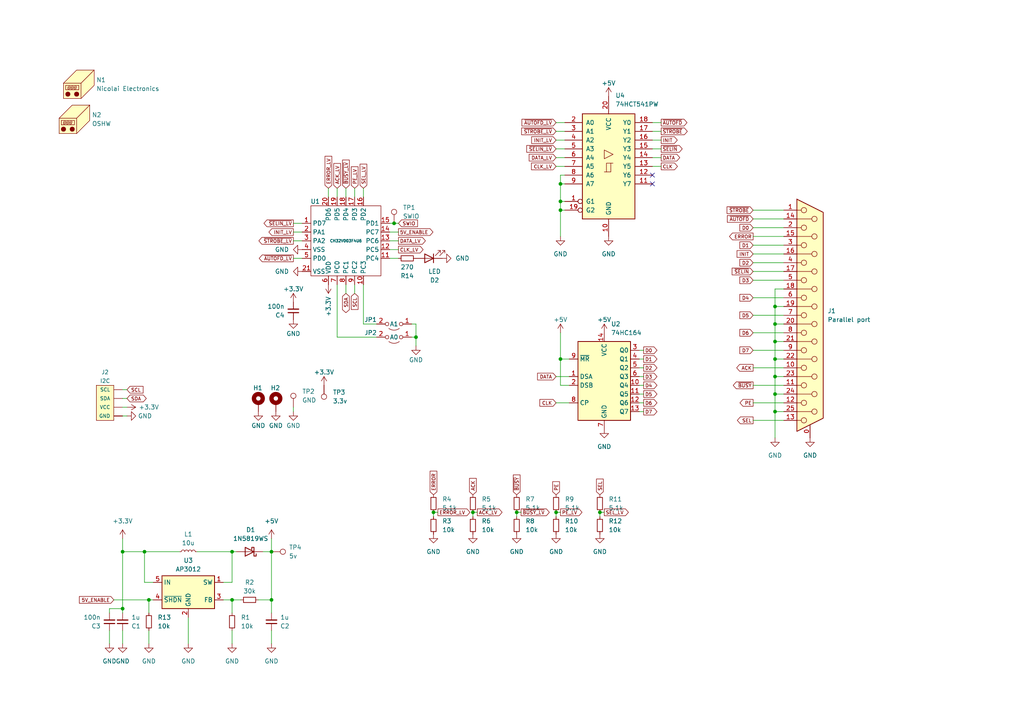
<source format=kicad_sch>
(kicad_sch (version 20231120) (generator "eeschema") (generator_version "7.99")
  (paper "A4")
  (title_block (title "I2C to parallel port") (date "2024-01-04") (rev "0.1") (company "Nicolai Electronics"))
  (lib_symbols
    (symbol "74xx:74HC164"
      (property "Reference" "U" (at 1.905 -13.97 0))
      (property "Value" "74HC164" (at 1.905 -16.51 0))
      (symbol "74HC164_0_1"
        (rectangle (start 7.62 10.16) (end -7.62 -12.7) (stroke (width 0.254)) (fill (type background)))
      )
      (symbol "74HC164_1_1"
        (pin input line (at -10.16 0 0) (length 2.54) (name "DSA") (number "1"))
        (pin output line (at 10.16 -2.54 180) (length 2.54) (name "Q4") (number "10"))
        (pin output line (at 10.16 -5.08 180) (length 2.54) (name "Q5") (number "11"))
        (pin output line (at 10.16 -7.62 180) (length 2.54) (name "Q6") (number "12"))
        (pin output line (at 10.16 -10.16 180) (length 2.54) (name "Q7") (number "13"))
        (pin power_in line (at 0 12.7 270) (length 2.54) (name "VCC") (number "14"))
        (pin input line (at -10.16 -2.54 0) (length 2.54) (name "DSB") (number "2"))
        (pin output line (at 10.16 7.62 180) (length 2.54) (name "Q0") (number "3"))
        (pin output line (at 10.16 5.08 180) (length 2.54) (name "Q1") (number "4"))
        (pin output line (at 10.16 2.54 180) (length 2.54) (name "Q2") (number "5"))
        (pin output line (at 10.16 0 180) (length 2.54) (name "Q3") (number "6"))
        (pin power_in line (at 0 -15.24 90) (length 2.54) (name "GND") (number "7"))
        (pin input line (at -10.16 -7.62 0) (length 2.54) (name "CP") (number "8"))
        (pin input line (at -10.16 5.08 0) (length 2.54) (name "~{MR}") (number "9"))
      )
    )
    (symbol "Connector:DB25_Receptacle_MountingHoles" (pin_names (offset 1.016) hide)
      (property "Reference" "J" (at 0 36.83 0))
      (property "Value" "DB25_Receptacle_MountingHoles" (at 0 34.925 0))
      (symbol "DB25_Receptacle_MountingHoles_0_1"
        (circle (center -1.778 -30.48) (radius 0.762))
        (circle (center -1.778 -25.4) (radius 0.762))
        (circle (center -1.778 -20.32) (radius 0.762))
        (circle (center -1.778 -15.24) (radius 0.762))
        (circle (center -1.778 -10.16) (radius 0.762))
        (circle (center -1.778 -5.08) (radius 0.762))
        (circle (center -1.778 0) (radius 0.762))
        (circle (center -1.778 5.08) (radius 0.762))
        (circle (center -1.778 10.16) (radius 0.762))
        (circle (center -1.778 15.24) (radius 0.762))
        (circle (center -1.778 20.32) (radius 0.762))
        (circle (center -1.778 25.4) (radius 0.762))
        (circle (center -1.778 30.48) (radius 0.762))
        (polyline (pts (xy -3.81 -30.48) (xy -2.54 -30.48)))
        (polyline (pts (xy -3.81 -27.94) (xy 0.508 -27.94)))
        (polyline (pts (xy -3.81 -25.4) (xy -2.54 -25.4)))
        (polyline (pts (xy -3.81 -22.86) (xy 0.508 -22.86)))
        (polyline (pts (xy -3.81 -20.32) (xy -2.54 -20.32)))
        (polyline (pts (xy -3.81 -17.78) (xy 0.508 -17.78)))
        (polyline (pts (xy -3.81 -15.24) (xy -2.54 -15.24)))
        (polyline (pts (xy -3.81 -12.7) (xy 0.508 -12.7)))
        (polyline (pts (xy -3.81 -10.16) (xy -2.54 -10.16)))
        (polyline (pts (xy -3.81 -7.62) (xy 0.508 -7.62)))
        (polyline (pts (xy -3.81 -5.08) (xy -2.54 -5.08)))
        (polyline (pts (xy -3.81 -2.54) (xy 0.508 -2.54)))
        (polyline (pts (xy -3.81 0) (xy -2.54 0)))
        (polyline (pts (xy -3.81 2.54) (xy 0.508 2.54)))
        (polyline (pts (xy -3.81 5.08) (xy -2.54 5.08)))
        (polyline (pts (xy -3.81 7.62) (xy 0.508 7.62)))
        (polyline (pts (xy -3.81 10.16) (xy -2.54 10.16)))
        (polyline (pts (xy -3.81 12.7) (xy 0.508 12.7)))
        (polyline (pts (xy -3.81 15.24) (xy -2.54 15.24)))
        (polyline (pts (xy -3.81 17.78) (xy 0.508 17.78)))
        (polyline (pts (xy -3.81 20.32) (xy -2.54 20.32)))
        (polyline (pts (xy -3.81 22.86) (xy 0.508 22.86)))
        (polyline (pts (xy -3.81 25.4) (xy -2.54 25.4)))
        (polyline (pts (xy -3.81 27.94) (xy 0.508 27.94)))
        (polyline (pts (xy -3.81 30.48) (xy -2.54 30.48)))
        (polyline (pts (xy -3.81 33.655) (xy 3.81 29.845) (xy 3.81 -29.845) (xy -3.81 -33.655) (xy -3.81 33.655)) (stroke (width 0.254)) (fill (type background)))
        (circle (center 1.27 -27.94) (radius 0.762))
        (circle (center 1.27 -22.86) (radius 0.762))
        (circle (center 1.27 -17.78) (radius 0.762))
        (circle (center 1.27 -12.7) (radius 0.762))
        (circle (center 1.27 -7.62) (radius 0.762))
        (circle (center 1.27 -2.54) (radius 0.762))
        (circle (center 1.27 2.54) (radius 0.762))
        (circle (center 1.27 7.62) (radius 0.762))
        (circle (center 1.27 12.7) (radius 0.762))
        (circle (center 1.27 17.78) (radius 0.762))
        (circle (center 1.27 22.86) (radius 0.762))
        (circle (center 1.27 27.94) (radius 0.762))
      )
      (symbol "DB25_Receptacle_MountingHoles_1_1"
        (pin passive line (at 0 -35.56 90) (length 3.81) (name "PAD") (number "0"))
        (pin passive line (at -7.62 30.48 0) (length 3.81) (name "1") (number "1"))
        (pin passive line (at -7.62 -15.24 0) (length 3.81) (name "10") (number "10"))
        (pin passive line (at -7.62 -20.32 0) (length 3.81) (name "11") (number "11"))
        (pin passive line (at -7.62 -25.4 0) (length 3.81) (name "12") (number "12"))
        (pin passive line (at -7.62 -30.48 0) (length 3.81) (name "13") (number "13"))
        (pin passive line (at -7.62 27.94 0) (length 3.81) (name "P14") (number "14"))
        (pin passive line (at -7.62 22.86 0) (length 3.81) (name "P15") (number "15"))
        (pin passive line (at -7.62 17.78 0) (length 3.81) (name "P16") (number "16"))
        (pin passive line (at -7.62 12.7 0) (length 3.81) (name "P17") (number "17"))
        (pin passive line (at -7.62 7.62 0) (length 3.81) (name "P18") (number "18"))
        (pin passive line (at -7.62 2.54 0) (length 3.81) (name "P19") (number "19"))
        (pin passive line (at -7.62 25.4 0) (length 3.81) (name "2") (number "2"))
        (pin passive line (at -7.62 -2.54 0) (length 3.81) (name "P20") (number "20"))
        (pin passive line (at -7.62 -7.62 0) (length 3.81) (name "P21") (number "21"))
        (pin passive line (at -7.62 -12.7 0) (length 3.81) (name "P22") (number "22"))
        (pin passive line (at -7.62 -17.78 0) (length 3.81) (name "P23") (number "23"))
        (pin passive line (at -7.62 -22.86 0) (length 3.81) (name "P24") (number "24"))
        (pin passive line (at -7.62 -27.94 0) (length 3.81) (name "P25") (number "25"))
        (pin passive line (at -7.62 20.32 0) (length 3.81) (name "3") (number "3"))
        (pin passive line (at -7.62 15.24 0) (length 3.81) (name "4") (number "4"))
        (pin passive line (at -7.62 10.16 0) (length 3.81) (name "5") (number "5"))
        (pin passive line (at -7.62 5.08 0) (length 3.81) (name "6") (number "6"))
        (pin passive line (at -7.62 0 0) (length 3.81) (name "7") (number "7"))
        (pin passive line (at -7.62 -5.08 0) (length 3.81) (name "8") (number "8"))
        (pin passive line (at -7.62 -10.16 0) (length 3.81) (name "9") (number "9"))
      )
    )
    (symbol "Connector:TestPoint" (pin_numbers hide) (pin_names (offset 0.762) hide)
      (property "Reference" "TP" (at 0 6.858 0))
      (property "Value" "TestPoint" (at 0 5.08 0))
      (symbol "TestPoint_0_1"
        (circle (center 0 3.302) (radius 0.762))
      )
      (symbol "TestPoint_1_1"
        (pin passive line (at 0 0 90) (length 2.54) (name "1") (number "1"))
      )
    )
    (symbol "Mechanical:Housing" (pin_names (offset 1.016))
      (property "Reference" "N" (at 3.81 0 0))
      (property "Value" "Housing" (at 3.81 -1.905 0))
      (symbol "Housing_0_1"
        (rectangle (start -5.08 -0.635) (end -1.27 -1.905))
        (circle (center -4.445 -3.175) (radius 0.635) (fill (type outline)))
        (circle (center -1.905 -3.175) (radius 0.635) (fill (type outline)))
        (polyline (pts (xy -4.5212 -1.5748) (xy -4.4704 -1.3716)))
        (polyline (pts (xy -4.4196 -1.6764) (xy -4.064 -1.6764)))
        (polyline (pts (xy -4.4196 -1.2192) (xy -4.3688 -0.9652)))
        (polyline (pts (xy -4.318 -1.3208) (xy -4.0132 -1.3208)))
        (polyline (pts (xy -4.2164 -0.9144) (xy -3.9116 -0.9144)))
        (polyline (pts (xy -3.9116 -1.6256) (xy -3.8608 -1.3716)))
        (polyline (pts (xy -3.81 -1.2192) (xy -3.7592 -0.9652)))
        (polyline (pts (xy -3.6068 -1.5748) (xy -3.556 -1.3716)))
        (polyline (pts (xy -3.5052 -1.6764) (xy -3.1496 -1.6764)))
        (polyline (pts (xy -3.5052 -1.2192) (xy -3.4544 -0.9652)))
        (polyline (pts (xy -3.4036 -1.3208) (xy -3.0988 -1.3208)))
        (polyline (pts (xy -3.302 -0.9144) (xy -2.9972 -0.9144)))
        (polyline (pts (xy -2.9972 -1.6256) (xy -2.9464 -1.3716)))
        (polyline (pts (xy -2.8956 -1.2192) (xy -2.8448 -0.9652)))
        (polyline (pts (xy -2.6924 -1.5748) (xy -2.6416 -1.3716)))
        (polyline (pts (xy -2.5908 -1.6764) (xy -2.2352 -1.6764)))
        (polyline (pts (xy -2.5908 -1.2192) (xy -2.54 -0.9652)))
        (polyline (pts (xy -2.4892 -1.3208) (xy -2.1844 -1.3208)))
        (polyline (pts (xy -2.3876 -0.9144) (xy -2.0828 -0.9144)))
        (polyline (pts (xy -2.0828 -1.6256) (xy -2.032 -1.3716)))
        (polyline (pts (xy -1.9812 -1.2192) (xy -1.9304 -0.9652)))
        (polyline (pts (xy -0.635 0) (xy -0.635 -4.445)))
        (polyline (pts (xy -5.715 0) (xy -0.635 0) (xy 3.175 3.81)))
        (polyline (pts (xy -5.715 0) (xy -5.715 -4.445) (xy -0.635 -4.445) (xy 3.175 -0.635) (xy 3.175 3.81) (xy -1.905 3.81) (xy -5.715 0)) (fill (type background)))
      )
    )
    (symbol "Mechanical:MountingHole_Pad" (pin_numbers hide) (pin_names (offset 1.016) hide)
      (property "Reference" "H" (at 0 6.35 0))
      (property "Value" "MountingHole_Pad" (at 0 4.445 0))
      (symbol "MountingHole_Pad_0_1"
        (circle (center 0 1.27) (radius 1.27) (stroke (width 1.27)))
      )
      (symbol "MountingHole_Pad_1_1"
        (pin input line (at 0 -2.54 90) (length 2.54) (name "1") (number "1"))
      )
    )
    (symbol "ch32v003:CH32V003F4U6"
      (property "Reference" "U" (at 2.54 -22.86 0))
      (property "Value" "CH32V003F4U6" (at 0 0 0))
      (symbol "CH32V003F4U6_0_1"
        (rectangle (start -10.16 10.16) (end 10.16 -10.16))
      )
      (symbol "CH32V003F4U6_1_1"
        (pin bidirectional line (at -12.7 5.08 0) (length 2.54) (name "PD7") (number "1"))
        (pin bidirectional line (at 5.08 -12.7 90) (length 2.54) (name "PC3") (number "10"))
        (pin bidirectional line (at 12.7 -5.08 180) (length 2.54) (name "PC4") (number "11"))
        (pin bidirectional line (at 12.7 -2.54 180) (length 2.54) (name "PC5") (number "12"))
        (pin bidirectional line (at 12.7 0 180) (length 2.54) (name "PC6") (number "13"))
        (pin bidirectional line (at 12.7 2.54 180) (length 2.54) (name "PC7") (number "14"))
        (pin bidirectional line (at 12.7 5.08 180) (length 2.54) (name "PD1") (number "15"))
        (pin bidirectional line (at 5.08 12.7 270) (length 2.54) (name "PD2") (number "16"))
        (pin bidirectional line (at 2.54 12.7 270) (length 2.54) (name "PD3") (number "17"))
        (pin bidirectional line (at 0 12.7 270) (length 2.54) (name "PD4") (number "18"))
        (pin bidirectional line (at -2.54 12.7 270) (length 2.54) (name "PD5") (number "19"))
        (pin bidirectional line (at -12.7 2.54 0) (length 2.54) (name "PA1") (number "2"))
        (pin bidirectional line (at -5.08 12.7 270) (length 2.54) (name "PD6") (number "20"))
        (pin power_in line (at -12.7 -8.89 0) (length 2.54) (name "VSS") (number "21"))
        (pin bidirectional line (at -12.7 0 0) (length 2.54) (name "PA2") (number "3"))
        (pin power_in line (at -12.7 -2.54 0) (length 2.54) (name "VSS") (number "4"))
        (pin bidirectional line (at -12.7 -5.08 0) (length 2.54) (name "PD0") (number "5"))
        (pin power_in line (at -5.08 -12.7 90) (length 2.54) (name "VDD") (number "6"))
        (pin bidirectional line (at -2.54 -12.7 90) (length 2.54) (name "PC0") (number "7"))
        (pin bidirectional line (at 0 -12.7 90) (length 2.54) (name "PC1") (number "8"))
        (pin bidirectional line (at 2.54 -12.7 90) (length 2.54) (name "PC2") (number "9"))
      )
    )
    (symbol "power:+3.3V" (power) (pin_names (offset 0))
      (property "Value" "+3.3V" (at 0 3.556 0))
      (symbol "+3.3V_0_1"
        (polyline (pts (xy -0.762 1.27) (xy 0 2.54)))
        (polyline (pts (xy 0 0) (xy 0 2.54)))
        (polyline (pts (xy 0 2.54) (xy 0.762 1.27)))
      )
      (symbol "+3.3V_1_1"
        (pin power_in line (at 0 0 90) (length 0) hide (name "+3.3V") (number "1"))
      )
    )
    (symbol "power:+5V" (power) (pin_names (offset 0))
      (property "Value" "+5V" (at 0 3.556 0))
      (symbol "+5V_0_1"
        (polyline (pts (xy -0.762 1.27) (xy 0 2.54)))
        (polyline (pts (xy 0 0) (xy 0 2.54)))
        (polyline (pts (xy 0 2.54) (xy 0.762 1.27)))
      )
      (symbol "+5V_1_1"
        (pin power_in line (at 0 0 90) (length 0) hide (name "+5V") (number "1"))
      )
    )
    (symbol "power:GND" (power) (pin_names (offset 0))
      (property "Value" "GND" (at 0 -3.81 0))
      (symbol "GND_0_1"
        (polyline (pts (xy 0 0) (xy 0 -1.27) (xy 1.27 -1.27) (xy 0 -2.54) (xy -1.27 -1.27) (xy 0 -1.27)))
      )
      (symbol "GND_1_1"
        (pin power_in line (at 0 0 270) (length 0) hide (name "GND") (number "1"))
      )
    )
    (symbol "vfd:1N5819WS" (pin_numbers hide) (pin_names (offset 1.016) hide)
      (property "Reference" "D" (at 0 2.54 0))
      (property "Value" "1N5819WS" (at 0 -2.54 0))
      (symbol "1N5819WS_0_1"
        (polyline (pts (xy 1.27 0) (xy -1.27 0)))
        (polyline (pts (xy 1.27 1.27) (xy 1.27 -1.27) (xy -1.27 0) (xy 1.27 1.27)) (stroke (width 0.254)))
        (polyline (pts (xy -1.905 0.635) (xy -1.905 1.27) (xy -1.27 1.27) (xy -1.27 -1.27) (xy -0.635 -1.27) (xy -0.635 -0.635)) (stroke (width 0.254)))
      )
      (symbol "1N5819WS_1_1"
        (pin passive line (at -3.81 0 0) (length 2.54) (name "K") (number "1"))
        (pin passive line (at 3.81 0 180) (length 2.54) (name "A") (number "2"))
      )
    )
    (symbol "vfd:74HCT541" (pin_names (offset 1.016))
      (property "Reference" "U" (at -7.62 16.51 0))
      (property "Value" "74HCT541" (at -7.62 -16.51 0))
      (symbol "74HCT541_1_0"
        (polyline (pts (xy -0.635 -1.6002) (xy -0.635 0.9398) (xy 0.635 0.9398)))
        (polyline (pts (xy -1.27 -1.6002) (xy 0.635 -1.6002) (xy 0.635 0.9398) (xy 1.27 0.9398)))
        (polyline (pts (xy 1.27 3.4798) (xy -1.27 4.7498) (xy -1.27 2.2098) (xy 1.27 3.4798)) (stroke (width 0.1524)))
        (pin input inverted (at -12.7 -10.16 0) (length 5.08) (name "G1") (number "1"))
        (pin power_in line (at 0 -20.32 90) (length 5.08) (name "GND") (number "10"))
        (pin tri_state line (at 12.7 -5.08 180) (length 5.08) (name "Y7") (number "11"))
        (pin tri_state line (at 12.7 -2.54 180) (length 5.08) (name "Y6") (number "12"))
        (pin tri_state line (at 12.7 0 180) (length 5.08) (name "Y5") (number "13"))
        (pin tri_state line (at 12.7 2.54 180) (length 5.08) (name "Y4") (number "14"))
        (pin tri_state line (at 12.7 5.08 180) (length 5.08) (name "Y3") (number "15"))
        (pin tri_state line (at 12.7 7.62 180) (length 5.08) (name "Y2") (number "16"))
        (pin tri_state line (at 12.7 10.16 180) (length 5.08) (name "Y1") (number "17"))
        (pin tri_state line (at 12.7 12.7 180) (length 5.08) (name "Y0") (number "18"))
        (pin input inverted (at -12.7 -12.7 0) (length 5.08) (name "G2") (number "19"))
        (pin input line (at -12.7 12.7 0) (length 5.08) (name "A0") (number "2"))
        (pin power_in line (at 0 20.32 270) (length 5.08) (name "VCC") (number "20"))
        (pin input line (at -12.7 10.16 0) (length 5.08) (name "A1") (number "3"))
        (pin input line (at -12.7 7.62 0) (length 5.08) (name "A2") (number "4"))
        (pin input line (at -12.7 5.08 0) (length 5.08) (name "A3") (number "5"))
        (pin input line (at -12.7 2.54 0) (length 5.08) (name "A4") (number "6"))
        (pin input line (at -12.7 0 0) (length 5.08) (name "A5") (number "7"))
        (pin input line (at -12.7 -2.54 0) (length 5.08) (name "A6") (number "8"))
        (pin input line (at -12.7 -5.08 0) (length 5.08) (name "A7") (number "9"))
      )
      (symbol "74HCT541_1_1"
        (rectangle (start -7.62 15.24) (end 7.62 -15.24) (stroke (width 0.254)) (fill (type background)))
      )
    )
    (symbol "vfd:AP3012"
      (property "Reference" "U" (at -7.62 5.715 0))
      (property "Value" "AP3012" (at 0 5.715 0))
      (symbol "AP3012_0_1"
        (rectangle (start -7.62 4.445) (end 7.62 -5.08) (stroke (width 0.254)) (fill (type background)))
      )
      (symbol "AP3012_1_1"
        (pin passive line (at 10.16 2.54 180) (length 2.54) (name "SW") (number "1"))
        (pin power_in line (at 0 -7.62 90) (length 2.54) (name "GND") (number "2"))
        (pin input line (at 10.16 -2.54 180) (length 2.54) (name "FB") (number "3"))
        (pin input line (at -10.16 -2.54 0) (length 2.54) (name "~{SHDN}") (number "4"))
        (pin power_in line (at -10.16 2.54 0) (length 2.54) (name "IN") (number "5"))
      )
    )
    (symbol "vfd:C_Small" (pin_numbers hide) (pin_names (offset 0.254) hide)
      (property "Reference" "C" (at 0.254 1.778 0))
      (property "Value" "C_Small" (at 0.254 -2.032 0))
      (symbol "C_Small_0_1"
        (polyline (pts (xy -1.524 -0.508) (xy 1.524 -0.508)) (stroke (width 0.3302)))
        (polyline (pts (xy -1.524 0.508) (xy 1.524 0.508)) (stroke (width 0.3048)))
      )
      (symbol "C_Small_1_1"
        (pin passive line (at 0 2.54 270) (length 2.032) (name "~") (number "1"))
        (pin passive line (at 0 -2.54 90) (length 2.032) (name "~") (number "2"))
      )
    )
    (symbol "vfd:Jumper_2_Open" (pin_names (offset 0) hide)
      (property "Reference" "JP" (at 0 2.794 0))
      (property "Value" "Jumper_2_Open" (at 0 -2.286 0))
      (symbol "Jumper_2_Open_0_0"
        (circle (center -2.032 0) (radius 0.508))
        (circle (center 2.032 0) (radius 0.508))
      )
      (symbol "Jumper_2_Open_0_1"
        (arc (start 1.524 1.27) (mid 0 1.778) (end -1.524 1.27))
      )
      (symbol "Jumper_2_Open_1_1"
        (pin passive line (at -5.08 0 0) (length 2.54) (name "A") (number "1"))
        (pin passive line (at 5.08 0 180) (length 2.54) (name "B") (number "2"))
      )
    )
    (symbol "vfd:LED" (pin_numbers hide) (pin_names (offset 1.016) hide)
      (property "Reference" "D" (at 0 2.54 0))
      (property "Value" "LED" (at 0 -2.54 0))
      (symbol "LED_0_1"
        (polyline (pts (xy -1.27 -1.27) (xy -1.27 1.27)) (stroke (width 0.254)))
        (polyline (pts (xy -1.27 0) (xy 1.27 0)))
        (polyline (pts (xy 1.27 -1.27) (xy 1.27 1.27) (xy -1.27 0) (xy 1.27 -1.27)) (stroke (width 0.254)))
        (polyline (pts (xy -3.048 -0.762) (xy -4.572 -2.286) (xy -3.81 -2.286) (xy -4.572 -2.286) (xy -4.572 -1.524)))
        (polyline (pts (xy -1.778 -0.762) (xy -3.302 -2.286) (xy -2.54 -2.286) (xy -3.302 -2.286) (xy -3.302 -1.524)))
      )
      (symbol "LED_1_1"
        (pin passive line (at -3.81 0 0) (length 2.54) (name "K") (number "1"))
        (pin passive line (at 3.81 0 180) (length 2.54) (name "A") (number "2"))
      )
    )
    (symbol "vfd:L_Small" (pin_numbers hide) (pin_names (offset 0.254) hide)
      (property "Reference" "L" (at 0.762 1.016 0))
      (property "Value" "L_Small" (at 0.762 -1.016 0))
      (symbol "L_Small_0_1"
        (arc (start 0 -2.032) (mid 0.5058 -1.524) (end 0 -1.016))
        (arc (start 0 -1.016) (mid 0.5058 -0.508) (end 0 0))
        (arc (start 0 0) (mid 0.5058 0.508) (end 0 1.016))
        (arc (start 0 1.016) (mid 0.5058 1.524) (end 0 2.032))
      )
      (symbol "L_Small_1_1"
        (pin passive line (at 0 2.54 270) (length 0.508) (name "~") (number "1"))
        (pin passive line (at 0 -2.54 90) (length 0.508) (name "~") (number "2"))
      )
    )
    (symbol "vfd:R_Small" (pin_numbers hide) (pin_names (offset 0.254) hide)
      (property "Reference" "R" (at 0.762 0.508 0))
      (property "Value" "R_Small" (at 0.762 -1.016 0))
      (symbol "R_Small_0_1"
        (rectangle (start -0.762 1.778) (end 0.762 -1.778) (stroke (width 0.2032)))
      )
      (symbol "R_Small_1_1"
        (pin passive line (at 0 2.54 270) (length 0.762) (name "~") (number "1"))
        (pin passive line (at 0 -2.54 90) (length 0.762) (name "~") (number "2"))
      )
    )
    (symbol "vfd:qwiic" (pin_numbers hide) (pin_names (offset 1.016))
      (property "Reference" "J3" (at -3.81 10.16 0))
      (property "Value" "I2C" (at -10.16 3.81 90))
      (property "Field4" "CONN-13694" (at -7.62 3.81 90))
      (symbol "qwiic_1_0"
        (rectangle (start 0 -1.27) (end -5.08 8.89) (fill (type background)))
      )
      (symbol "qwiic_1_1"
        (pin power_in line (at 2.54 0 180) (length 2.54) (name "GND") (number "1"))
        (pin power_in line (at 2.54 2.54 180) (length 2.54) (name "VCC") (number "2"))
        (pin passive line (at 2.54 5.08 180) (length 2.54) (name "SDA") (number "3"))
        (pin passive line (at 2.54 7.62 180) (length 2.54) (name "SCL") (number "4"))
        (pin power_in line (at 2.54 0 180) (length 2.54) (name "~") (number "5"))
        (pin power_in line (at 2.54 0 180) (length 2.54) (name "~") (number "6"))
      )
    )
  )
  (junction (at 41.91 160.02))
  (junction (at 78.74 160.02))
  (junction (at 162.56 104.14))
  (junction (at 224.79 93.98))
  (junction (at 224.79 88.9))
  (junction (at 173.99 148.59))
  (junction (at 137.16 148.59))
  (junction (at 125.73 148.59))
  (junction (at 43.18 173.99))
  (junction (at 162.56 60.96))
  (junction (at 161.29 148.59))
  (junction (at 224.79 109.22))
  (junction (at 67.31 173.99))
  (junction (at 224.79 119.38))
  (junction (at 149.86 148.59))
  (junction (at 120.65 97.79))
  (junction (at 78.74 173.99))
  (junction (at 224.79 114.3))
  (junction (at 162.56 53.34))
  (junction (at 224.79 99.06))
  (junction (at 35.56 160.02))
  (junction (at 114.3 64.77))
  (junction (at 162.56 58.42))
  (junction (at 35.56 176.53))
  (junction (at 224.79 104.14))
  (junction (at 67.31 160.02))
  (no_connect (at 189.23 50.8))
  (no_connect (at 189.23 53.34))
  (wire (pts (xy 218.44 91.44) (xy 227.33 91.44)))
  (wire (pts (xy 125.73 148.59) (xy 127 148.59)))
  (wire (pts (xy 161.29 40.64) (xy 163.83 40.64)))
  (wire (pts (xy 137.16 148.59) (xy 137.16 149.86)))
  (wire (pts (xy 119.38 93.98) (xy 120.65 93.98)))
  (wire (pts (xy 35.56 176.53) (xy 35.56 177.8)))
  (wire (pts (xy 35.56 160.02) (xy 35.56 176.53)))
  (wire (pts (xy 67.31 182.88) (xy 67.31 186.69)))
  (wire (pts (xy 35.56 156.21) (xy 35.56 160.02)))
  (wire (pts (xy 43.18 173.99) (xy 43.18 177.8)))
  (wire (pts (xy 137.16 148.59) (xy 138.43 148.59)))
  (wire (pts (xy 161.29 48.26) (xy 163.83 48.26)))
  (wire (pts (xy 218.44 106.68) (xy 227.33 106.68)))
  (wire (pts (xy 218.44 76.2) (xy 227.33 76.2)))
  (wire (pts (xy 125.73 148.59) (xy 125.73 149.86)))
  (wire (pts (xy 161.29 38.1) (xy 163.83 38.1)))
  (wire (pts (xy 162.56 96.52) (xy 162.56 104.14)))
  (wire (pts (xy 185.42 119.38) (xy 186.69 119.38)))
  (wire (pts (xy 161.29 109.22) (xy 165.1 109.22)))
  (wire (pts (xy 218.44 68.58) (xy 227.33 68.58)))
  (wire (pts (xy 218.44 86.36) (xy 227.33 86.36)))
  (wire (pts (xy 100.33 82.55) (xy 100.33 85.09)))
  (wire (pts (xy 41.91 160.02) (xy 52.07 160.02)))
  (wire (pts (xy 85.09 74.93) (xy 87.63 74.93)))
  (wire (pts (xy 162.56 60.96) (xy 163.83 60.96)))
  (wire (pts (xy 224.79 109.22) (xy 224.79 104.14)))
  (wire (pts (xy 218.44 60.96) (xy 227.33 60.96)))
  (wire (pts (xy 161.29 116.84) (xy 165.1 116.84)))
  (wire (pts (xy 227.33 119.38) (xy 224.79 119.38)))
  (wire (pts (xy 218.44 96.52) (xy 227.33 96.52)))
  (wire (pts (xy 224.79 114.3) (xy 224.79 119.38)))
  (wire (pts (xy 224.79 99.06) (xy 227.33 99.06)))
  (wire (pts (xy 97.79 54.61) (xy 97.79 57.15)))
  (wire (pts (xy 163.83 58.42) (xy 162.56 58.42)))
  (wire (pts (xy 189.23 35.56) (xy 191.77 35.56)))
  (wire (pts (xy 35.56 113.03) (xy 36.83 113.03)))
  (wire (pts (xy 218.44 111.76) (xy 227.33 111.76)))
  (wire (pts (xy 224.79 83.82) (xy 227.33 83.82)))
  (wire (pts (xy 33.02 173.99) (xy 43.18 173.99)))
  (wire (pts (xy 67.31 173.99) (xy 67.31 177.8)))
  (wire (pts (xy 162.56 53.34) (xy 162.56 58.42)))
  (wire (pts (xy 31.75 182.88) (xy 31.75 186.69)))
  (wire (pts (xy 162.56 60.96) (xy 162.56 68.58)))
  (wire (pts (xy 224.79 88.9) (xy 224.79 83.82)))
  (wire (pts (xy 189.23 48.26) (xy 191.77 48.26)))
  (wire (pts (xy 185.42 114.3) (xy 186.69 114.3)))
  (wire (pts (xy 161.29 43.18) (xy 163.83 43.18)))
  (wire (pts (xy 102.87 82.55) (xy 102.87 85.09)))
  (wire (pts (xy 218.44 66.04) (xy 227.33 66.04)))
  (wire (pts (xy 224.79 104.14) (xy 224.79 99.06)))
  (wire (pts (xy 189.23 40.64) (xy 191.77 40.64)))
  (wire (pts (xy 35.56 160.02) (xy 41.91 160.02)))
  (wire (pts (xy 224.79 114.3) (xy 224.79 109.22)))
  (wire (pts (xy 85.09 118.11) (xy 85.09 119.38)))
  (wire (pts (xy 189.23 43.18) (xy 191.77 43.18)))
  (wire (pts (xy 165.1 104.14) (xy 162.56 104.14)))
  (wire (pts (xy 64.77 168.91) (xy 67.31 168.91)))
  (wire (pts (xy 224.79 88.9) (xy 227.33 88.9)))
  (wire (pts (xy 85.09 67.31) (xy 87.63 67.31)))
  (wire (pts (xy 100.33 54.61) (xy 100.33 57.15)))
  (wire (pts (xy 185.42 109.22) (xy 186.69 109.22)))
  (wire (pts (xy 218.44 63.5) (xy 227.33 63.5)))
  (wire (pts (xy 173.99 148.59) (xy 175.26 148.59)))
  (wire (pts (xy 67.31 173.99) (xy 69.85 173.99)))
  (wire (pts (xy 31.75 177.8) (xy 31.75 176.53)))
  (wire (pts (xy 85.09 69.85) (xy 87.63 69.85)))
  (wire (pts (xy 35.56 115.57) (xy 36.83 115.57)))
  (wire (pts (xy 218.44 121.92) (xy 227.33 121.92)))
  (wire (pts (xy 78.74 182.88) (xy 78.74 186.69)))
  (wire (pts (xy 149.86 148.59) (xy 149.86 149.86)))
  (wire (pts (xy 35.56 120.65) (xy 36.83 120.65)))
  (wire (pts (xy 74.93 173.99) (xy 78.74 173.99)))
  (wire (pts (xy 218.44 78.74) (xy 227.33 78.74)))
  (wire (pts (xy 67.31 160.02) (xy 68.58 160.02)))
  (wire (pts (xy 162.56 58.42) (xy 162.56 60.96)))
  (wire (pts (xy 67.31 160.02) (xy 57.15 160.02)))
  (wire (pts (xy 161.29 45.72) (xy 163.83 45.72)))
  (wire (pts (xy 113.03 72.39) (xy 115.57 72.39)))
  (wire (pts (xy 113.03 74.93) (xy 115.57 74.93)))
  (wire (pts (xy 162.56 50.8) (xy 162.56 53.34)))
  (wire (pts (xy 120.65 97.79) (xy 120.65 100.33)))
  (wire (pts (xy 224.79 104.14) (xy 227.33 104.14)))
  (wire (pts (xy 113.03 69.85) (xy 115.57 69.85)))
  (wire (pts (xy 185.42 106.68) (xy 186.69 106.68)))
  (wire (pts (xy 67.31 168.91) (xy 67.31 160.02)))
  (wire (pts (xy 119.38 97.79) (xy 120.65 97.79)))
  (wire (pts (xy 113.03 64.77) (xy 114.3 64.77)))
  (wire (pts (xy 114.3 64.77) (xy 115.57 64.77)))
  (wire (pts (xy 35.56 118.11) (xy 36.83 118.11)))
  (wire (pts (xy 161.29 148.59) (xy 161.29 149.86)))
  (wire (pts (xy 113.03 67.31) (xy 115.57 67.31)))
  (wire (pts (xy 78.74 160.02) (xy 78.74 173.99)))
  (wire (pts (xy 218.44 101.6) (xy 227.33 101.6)))
  (wire (pts (xy 162.56 50.8) (xy 163.83 50.8)))
  (wire (pts (xy 224.79 109.22) (xy 227.33 109.22)))
  (wire (pts (xy 149.86 148.59) (xy 151.13 148.59)))
  (wire (pts (xy 54.61 179.07) (xy 54.61 186.69)))
  (wire (pts (xy 105.41 82.55) (xy 105.41 93.98)))
  (wire (pts (xy 64.77 173.99) (xy 67.31 173.99)))
  (wire (pts (xy 162.56 53.34) (xy 163.83 53.34)))
  (wire (pts (xy 189.23 38.1) (xy 191.77 38.1)))
  (wire (pts (xy 224.79 93.98) (xy 227.33 93.98)))
  (wire (pts (xy 185.42 101.6) (xy 186.69 101.6)))
  (wire (pts (xy 224.79 119.38) (xy 224.79 127)))
  (wire (pts (xy 41.91 168.91) (xy 41.91 160.02)))
  (wire (pts (xy 218.44 73.66) (xy 227.33 73.66)))
  (wire (pts (xy 218.44 71.12) (xy 227.33 71.12)))
  (wire (pts (xy 189.23 45.72) (xy 191.77 45.72)))
  (wire (pts (xy 102.87 54.61) (xy 102.87 57.15)))
  (wire (pts (xy 31.75 176.53) (xy 35.56 176.53)))
  (wire (pts (xy 95.25 54.61) (xy 95.25 57.15)))
  (wire (pts (xy 97.79 82.55) (xy 97.79 97.79)))
  (wire (pts (xy 120.65 93.98) (xy 120.65 97.79)))
  (wire (pts (xy 85.09 64.77) (xy 87.63 64.77)))
  (wire (pts (xy 218.44 116.84) (xy 227.33 116.84)))
  (wire (pts (xy 78.74 156.21) (xy 78.74 160.02)))
  (wire (pts (xy 224.79 99.06) (xy 224.79 93.98)))
  (wire (pts (xy 218.44 81.28) (xy 227.33 81.28)))
  (wire (pts (xy 173.99 148.59) (xy 173.99 149.86)))
  (wire (pts (xy 161.29 35.56) (xy 163.83 35.56)))
  (wire (pts (xy 44.45 168.91) (xy 41.91 168.91)))
  (wire (pts (xy 185.42 116.84) (xy 186.69 116.84)))
  (wire (pts (xy 35.56 182.88) (xy 35.56 186.69)))
  (wire (pts (xy 76.2 160.02) (xy 78.74 160.02)))
  (wire (pts (xy 161.29 148.59) (xy 162.56 148.59)))
  (wire (pts (xy 109.22 97.79) (xy 97.79 97.79)))
  (wire (pts (xy 227.33 114.3) (xy 224.79 114.3)))
  (wire (pts (xy 185.42 111.76) (xy 186.69 111.76)))
  (wire (pts (xy 105.41 54.61) (xy 105.41 57.15)))
  (wire (pts (xy 224.79 93.98) (xy 224.79 88.9)))
  (wire (pts (xy 109.22 93.98) (xy 105.41 93.98)))
  (wire (pts (xy 185.42 104.14) (xy 186.69 104.14)))
  (wire (pts (xy 78.74 173.99) (xy 78.74 177.8)))
  (wire (pts (xy 43.18 173.99) (xy 44.45 173.99)))
  (wire (pts (xy 43.18 182.88) (xy 43.18 186.69)))
  (wire (pts (xy 162.56 104.14) (xy 162.56 111.76)))
  (wire (pts (xy 165.1 111.76) (xy 162.56 111.76)))
  (global_label "~{BUSY_LV}" (shape output) (at 151.13 148.59 0) (effects (font (size 1 1))) (property "Intersheetrefs" "${INTERSHEET_REFS}" (effects (hide yes))))
  (global_label "SCL" (shape input) (at 102.87 85.09 270) (effects (font (size 1 1))) (property "Intersheetrefs" "${INTERSHEET_REFS}" (effects (hide yes))))
  (global_label "SDA" (shape bidirectional) (at 100.33 85.09 270) (effects (font (size 1 1))) (property "Intersheetrefs" "${INTERSHEET_REFS}" (effects (hide yes))))
  (global_label "PE_LV" (shape input) (at 102.87 54.61 90) (effects (font (size 1 1))) (property "Intersheetrefs" "${INTERSHEET_REFS}" (effects (hide yes))))
  (global_label "D5" (shape input) (at 218.44 91.44 180) (effects (font (size 1 1))) (property "Intersheetrefs" "${INTERSHEET_REFS}" (effects (hide yes))))
  (global_label "~{STROBE_LV}" (shape output) (at 85.09 69.85 180) (effects (font (size 1 1))) (property "Intersheetrefs" "${INTERSHEET_REFS}" (effects (hide yes))))
  (global_label "SCL" (shape input) (at 36.83 113.03 0) (effects (font (size 1 1))) (property "Intersheetrefs" "${INTERSHEET_REFS}" (effects (hide yes))))
  (global_label "~{STROBE}" (shape input) (at 218.44 60.96 180) (effects (font (size 1 1))) (property "Intersheetrefs" "${INTERSHEET_REFS}" (effects (hide yes))))
  (global_label "SEL_LV" (shape output) (at 175.26 148.59 0) (effects (font (size 1 1))) (property "Intersheetrefs" "${INTERSHEET_REFS}" (effects (hide yes))))
  (global_label "SEL" (shape output) (at 218.44 121.92 180) (effects (font (size 1 1))) (property "Intersheetrefs" "${INTERSHEET_REFS}" (effects (hide yes))))
  (global_label "~{SELIN_LV}" (shape output) (at 85.09 64.77 180) (effects (font (size 1 1))) (property "Intersheetrefs" "${INTERSHEET_REFS}" (effects (hide yes))))
  (global_label "SEL" (shape input) (at 173.99 143.51 90) (effects (font (size 1 1))) (property "Intersheetrefs" "${INTERSHEET_REFS}" (effects (hide yes))))
  (global_label "PE" (shape output) (at 218.44 116.84 180) (effects (font (size 1 1))) (property "Intersheetrefs" "${INTERSHEET_REFS}" (effects (hide yes))))
  (global_label "D0" (shape output) (at 186.69 101.6 0) (effects (font (size 1 1))) (property "Intersheetrefs" "${INTERSHEET_REFS}" (effects (hide yes))))
  (global_label "D4" (shape input) (at 218.44 86.36 180) (effects (font (size 1 1))) (property "Intersheetrefs" "${INTERSHEET_REFS}" (effects (hide yes))))
  (global_label "D7" (shape input) (at 218.44 101.6 180) (effects (font (size 1 1))) (property "Intersheetrefs" "${INTERSHEET_REFS}" (effects (hide yes))))
  (global_label "D2" (shape output) (at 186.69 106.68 0) (effects (font (size 1 1))) (property "Intersheetrefs" "${INTERSHEET_REFS}" (effects (hide yes))))
  (global_label "PE" (shape input) (at 161.29 143.51 90) (effects (font (size 1 1))) (property "Intersheetrefs" "${INTERSHEET_REFS}" (effects (hide yes))))
  (global_label "~{AUTOFD_LV}" (shape input) (at 161.29 35.56 180) (effects (font (size 1 1))) (property "Intersheetrefs" "${INTERSHEET_REFS}" (effects (hide yes))))
  (global_label "ACK" (shape output) (at 218.44 106.68 180) (effects (font (size 1 1))) (property "Intersheetrefs" "${INTERSHEET_REFS}" (effects (hide yes))))
  (global_label "~{BUSY_LV}" (shape input) (at 100.33 54.61 90) (effects (font (size 1 1))) (property "Intersheetrefs" "${INTERSHEET_REFS}" (effects (hide yes))))
  (global_label "~{AUTOFD}" (shape input) (at 218.44 63.5 180) (effects (font (size 1 1))) (property "Intersheetrefs" "${INTERSHEET_REFS}" (effects (hide yes))))
  (global_label "CLK_LV" (shape input) (at 161.29 48.26 180) (effects (font (size 1 1))) (property "Intersheetrefs" "${INTERSHEET_REFS}" (effects (hide yes))))
  (global_label "ERROR" (shape input) (at 125.73 143.51 90) (effects (font (size 1 1))) (property "Intersheetrefs" "${INTERSHEET_REFS}" (effects (hide yes))))
  (global_label "ACK_LV" (shape input) (at 97.79 54.61 90) (effects (font (size 1 1))) (property "Intersheetrefs" "${INTERSHEET_REFS}" (effects (hide yes))))
  (global_label "~{AUTOFD}" (shape output) (at 191.77 35.56 0) (effects (font (size 1 1))) (property "Intersheetrefs" "${INTERSHEET_REFS}" (effects (hide yes))))
  (global_label "D3" (shape input) (at 218.44 81.28 180) (effects (font (size 1 1))) (property "Intersheetrefs" "${INTERSHEET_REFS}" (effects (hide yes))))
  (global_label "D5" (shape output) (at 186.69 114.3 0) (effects (font (size 1 1))) (property "Intersheetrefs" "${INTERSHEET_REFS}" (effects (hide yes))))
  (global_label "D1" (shape input) (at 218.44 71.12 180) (effects (font (size 1 1))) (property "Intersheetrefs" "${INTERSHEET_REFS}" (effects (hide yes))))
  (global_label "5V_ENABLE" (shape input) (at 33.02 173.99 180) (effects (font (size 1 1))) (property "Intersheetrefs" "${INTERSHEET_REFS}" (effects (hide yes))))
  (global_label "INIT_LV" (shape input) (at 161.29 40.64 180) (effects (font (size 1 1))) (property "Intersheetrefs" "${INTERSHEET_REFS}" (effects (hide yes))))
  (global_label "INIT" (shape input) (at 218.44 73.66 180) (effects (font (size 1 1))) (property "Intersheetrefs" "${INTERSHEET_REFS}" (effects (hide yes))))
  (global_label "~{SELIN_LV}" (shape input) (at 161.29 43.18 180) (effects (font (size 1 1))) (property "Intersheetrefs" "${INTERSHEET_REFS}" (effects (hide yes))))
  (global_label "INIT_LV" (shape output) (at 85.09 67.31 180) (effects (font (size 1 1))) (property "Intersheetrefs" "${INTERSHEET_REFS}" (effects (hide yes))))
  (global_label "SWIO" (shape input) (at 115.57 64.77 0) (effects (font (size 1 1))) (property "Intersheetrefs" "${INTERSHEET_REFS}" (effects (hide yes))))
  (global_label "CLK" (shape input) (at 161.29 116.84 180) (effects (font (size 1 1))) (property "Intersheetrefs" "${INTERSHEET_REFS}" (effects (hide yes))))
  (global_label "ERROR_LV" (shape input) (at 95.25 54.61 90) (effects (font (size 1 1))) (property "Intersheetrefs" "${INTERSHEET_REFS}" (effects (hide yes))))
  (global_label "~{SELIN}" (shape input) (at 218.44 78.74 180) (effects (font (size 1 1))) (property "Intersheetrefs" "${INTERSHEET_REFS}" (effects (hide yes))))
  (global_label "5V_ENABLE" (shape output) (at 115.57 67.31 0) (effects (font (size 1 1))) (property "Intersheetrefs" "${INTERSHEET_REFS}" (effects (hide yes))))
  (global_label "D1" (shape output) (at 186.69 104.14 0) (effects (font (size 1 1))) (property "Intersheetrefs" "${INTERSHEET_REFS}" (effects (hide yes))))
  (global_label "DATA_LV" (shape output) (at 115.57 69.85 0) (effects (font (size 1 1))) (property "Intersheetrefs" "${INTERSHEET_REFS}" (effects (hide yes))))
  (global_label "D6" (shape input) (at 218.44 96.52 180) (effects (font (size 1 1))) (property "Intersheetrefs" "${INTERSHEET_REFS}" (effects (hide yes))))
  (global_label "CLK_LV" (shape output) (at 115.57 72.39 0) (effects (font (size 1 1))) (property "Intersheetrefs" "${INTERSHEET_REFS}" (effects (hide yes))))
  (global_label "INIT" (shape output) (at 191.77 40.64 0) (effects (font (size 1 1))) (property "Intersheetrefs" "${INTERSHEET_REFS}" (effects (hide yes))))
  (global_label "ERROR" (shape output) (at 218.44 68.58 180) (effects (font (size 1 1))) (property "Intersheetrefs" "${INTERSHEET_REFS}" (effects (hide yes))))
  (global_label "D4" (shape output) (at 186.69 111.76 0) (effects (font (size 1 1))) (property "Intersheetrefs" "${INTERSHEET_REFS}" (effects (hide yes))))
  (global_label "~{SELIN}" (shape output) (at 191.77 43.18 0) (effects (font (size 1 1))) (property "Intersheetrefs" "${INTERSHEET_REFS}" (effects (hide yes))))
  (global_label "~{STROBE_LV}" (shape input) (at 161.29 38.1 180) (effects (font (size 1 1))) (property "Intersheetrefs" "${INTERSHEET_REFS}" (effects (hide yes))))
  (global_label "~{AUTOFD_LV}" (shape output) (at 85.09 74.93 180) (effects (font (size 1 1))) (property "Intersheetrefs" "${INTERSHEET_REFS}" (effects (hide yes))))
  (global_label "~{BUSY}" (shape input) (at 149.86 143.51 90) (effects (font (size 1 1))) (property "Intersheetrefs" "${INTERSHEET_REFS}" (effects (hide yes))))
  (global_label "SEL_LV" (shape input) (at 105.41 54.61 90) (effects (font (size 1 1))) (property "Intersheetrefs" "${INTERSHEET_REFS}" (effects (hide yes))))
  (global_label "D0" (shape input) (at 218.44 66.04 180) (effects (font (size 1 1))) (property "Intersheetrefs" "${INTERSHEET_REFS}" (effects (hide yes))))
  (global_label "~{BUSY}" (shape output) (at 218.44 111.76 180) (effects (font (size 1 1))) (property "Intersheetrefs" "${INTERSHEET_REFS}" (effects (hide yes))))
  (global_label "SDA" (shape bidirectional) (at 36.83 115.57 0) (effects (font (size 1 1))) (property "Intersheetrefs" "${INTERSHEET_REFS}" (effects (hide yes))))
  (global_label "CLK" (shape output) (at 191.77 48.26 0) (effects (font (size 1 1))) (property "Intersheetrefs" "${INTERSHEET_REFS}" (effects (hide yes))))
  (global_label "D6" (shape output) (at 186.69 116.84 0) (effects (font (size 1 1))) (property "Intersheetrefs" "${INTERSHEET_REFS}" (effects (hide yes))))
  (global_label "D7" (shape output) (at 186.69 119.38 0) (effects (font (size 1 1))) (property "Intersheetrefs" "${INTERSHEET_REFS}" (effects (hide yes))))
  (global_label "DATA" (shape input) (at 161.29 109.22 180) (effects (font (size 1 1))) (property "Intersheetrefs" "${INTERSHEET_REFS}" (effects (hide yes))))
  (global_label "PE_LV" (shape output) (at 162.56 148.59 0) (effects (font (size 1 1))) (property "Intersheetrefs" "${INTERSHEET_REFS}" (effects (hide yes))))
  (global_label "~{STROBE}" (shape output) (at 191.77 38.1 0) (effects (font (size 1 1))) (property "Intersheetrefs" "${INTERSHEET_REFS}" (effects (hide yes))))
  (global_label "D3" (shape output) (at 186.69 109.22 0) (effects (font (size 1 1))) (property "Intersheetrefs" "${INTERSHEET_REFS}" (effects (hide yes))))
  (global_label "DATA" (shape output) (at 191.77 45.72 0) (effects (font (size 1 1))) (property "Intersheetrefs" "${INTERSHEET_REFS}" (effects (hide yes))))
  (global_label "ERROR_LV" (shape output) (at 127 148.59 0) (effects (font (size 1 1))) (property "Intersheetrefs" "${INTERSHEET_REFS}" (effects (hide yes))))
  (global_label "DATA_LV" (shape input) (at 161.29 45.72 180) (effects (font (size 1 1))) (property "Intersheetrefs" "${INTERSHEET_REFS}" (effects (hide yes))))
  (global_label "D2" (shape input) (at 218.44 76.2 180) (effects (font (size 1 1))) (property "Intersheetrefs" "${INTERSHEET_REFS}" (effects (hide yes))))
  (global_label "ACK" (shape input) (at 137.16 143.51 90) (effects (font (size 1 1))) (property "Intersheetrefs" "${INTERSHEET_REFS}" (effects (hide yes))))
  (global_label "ACK_LV" (shape output) (at 138.43 148.59 0) (effects (font (size 1 1))) (property "Intersheetrefs" "${INTERSHEET_REFS}" (effects (hide yes))))
  (symbol (lib_id "vfd:qwiic") (at 33.02 120.65 0) (unit 1)
    (property "Reference" "J2" (at 30.48 107.95 0) (effects (font (size 1.143 1.143))))
    (property "Value" "I2C" (at 30.48 110.49 0) (effects (font (size 1.143 1.143))))
    (property "Footprint" "custom:1X04_1MM_RA_GND" (effects (hide yes)))
    (property "Datasheet" "https://datasheet.lcsc.com/lcsc/1811151533_JST-Sales-America-SM04B-SRSS-TB-LF-SN_C160404.pdf" (effects (hide yes)))
    (property "LCSC" "C160404" (effects (hide yes)))
  )
  (symbol (lib_id "vfd:R_Small") (at 161.29 152.4 180) (unit 1)
    (property "Reference" "R10" (at 163.83 151.13 0) (effects (justify right)))
    (property "Value" "10k" (at 163.83 153.67 0) (effects (justify right)))
    (property "Footprint" "Resistor_SMD:R_0402_1005Metric" (effects (hide yes)))
  )
  (symbol (lib_id "power:GND") (at 74.93 119.38 0) (unit 1)
    (property "Reference" "#PWR030" (effects (hide yes)))
    (property "Value" "GND" (at 74.93 123.444 0))
  )
  (symbol (lib_id "Connector:TestPoint") (at 114.3 64.77 0) (unit 1)
    (property "Reference" "TP1" (at 116.84 60.1979 0) (effects (justify left)))
    (property "Value" "SWIO" (at 116.84 62.7379 0) (effects (justify left)))
    (property "Footprint" "TestPoint:TestPoint_Pad_D2.0mm" (effects (hide yes)))
    (property "Description" "test point" (effects (hide yes)))
    (property "LCSC" "-" (effects (hide yes)))
  )
  (symbol (lib_id "power:+5V") (at 175.26 96.52 0) (unit 1)
    (property "Reference" "#PWR016" (effects (hide yes)))
    (property "Value" "+5V" (at 175.26 92.71 0))
  )
  (symbol (lib_id "74xx:74HC164") (at 175.26 109.22 0) (unit 1)
    (property "Reference" "U2" (at 177.2159 93.98 0) (effects (justify left)))
    (property "Value" "74HC164" (at 177.2159 96.52 0) (effects (justify left)))
    (property "Footprint" "Package_SO:SO-14_3.9x8.65mm_P1.27mm" (effects (hide yes)))
    (property "Datasheet" "https://assets.nexperia.com/documents/data-sheet/74HC_HCT164.pdf" (effects (hide yes)))
    (property "LCSC" "C6825" (effects (hide yes)))
  )
  (symbol (lib_id "Mechanical:Housing") (at 22.86 34.29 0) (unit 1)
    (property "Reference" "N2" (at 26.67 33.3374 0) (effects (justify left)))
    (property "Value" "OSHW" (at 26.67 35.8774 0) (effects (justify left)))
    (property "Footprint" "custom:OSHW-Logo2_7.3x6mm_Mask" (effects (hide yes)))
    (property "Description" "Housing" (effects (hide yes)))
    (property "LCSC" "-" (effects (hide yes)))
  )
  (symbol (lib_id "power:GND") (at 176.53 68.58 0) (unit 1)
    (property "Reference" "#PWR014" (effects (hide yes)))
    (property "Value" "GND" (at 176.53 73.66 0))
  )
  (symbol (lib_id "power:GND") (at 67.31 186.69 0) (unit 1)
    (property "Reference" "#PWR09" (effects (hide yes)))
    (property "Value" "GND" (at 67.31 191.77 0))
  )
  (symbol (lib_id "Mechanical:MountingHole_Pad") (at 80.01 116.84 0) (unit 1)
    (property "Reference" "H2" (at 78.486 112.522 0) (effects (justify left)))
    (property "Footprint" "MountingHole:MountingHole_3.2mm_M3_Pad_Via" (effects (hide yes)))
    (property "Description" "Mounting Hole with connection" (effects (hide yes)))
    (property "LCSC" "-" (effects (hide yes)))
  )
  (symbol (lib_id "power:GND") (at 125.73 154.94 0) (unit 1)
    (property "Reference" "#PWR020" (effects (hide yes)))
    (property "Value" "GND" (at 125.73 160.02 0))
  )
  (symbol (lib_id "vfd:R_Small") (at 149.86 152.4 180) (unit 1)
    (property "Reference" "R8" (at 152.4 151.13 0) (effects (justify right)))
    (property "Value" "10k" (at 152.4 153.67 0) (effects (justify right)))
    (property "Footprint" "Resistor_SMD:R_0402_1005Metric" (effects (hide yes)))
  )
  (symbol (lib_id "power:GND") (at 161.29 154.94 0) (unit 1)
    (property "Reference" "#PWR023" (effects (hide yes)))
    (property "Value" "GND" (at 161.29 160.02 0))
  )
  (symbol (lib_id "Mechanical:Housing") (at 24.13 24.13 0) (unit 1)
    (property "Reference" "N1" (at 27.94 23.1774 0) (effects (justify left)))
    (property "Value" "Nicolai Electronics" (at 27.94 25.7174 0) (effects (justify left)))
    (property "Footprint" "custom:logo_nicolai" (effects (hide yes)))
    (property "Description" "Housing" (effects (hide yes)))
    (property "LCSC" "-" (effects (hide yes)))
  )
  (symbol (lib_id "vfd:R_Small") (at 137.16 152.4 180) (unit 1)
    (property "Reference" "R6" (at 139.7 151.13 0) (effects (justify right)))
    (property "Value" "10k" (at 139.7 153.67 0) (effects (justify right)))
    (property "Footprint" "Resistor_SMD:R_0402_1005Metric" (effects (hide yes)))
  )
  (symbol (lib_id "power:GND") (at 234.95 127 0) (unit 1)
    (property "Reference" "#PWR04" (effects (hide yes)))
    (property "Value" "GND" (at 234.95 132.08 0))
  )
  (symbol (lib_id "power:+3.3V") (at 85.09 87.63 0) (unit 1)
    (property "Reference" "#PWR027" (effects (hide yes)))
    (property "Value" "+3.3V" (at 85.09 83.82 0))
  )
  (symbol (lib_id "vfd:74HCT541") (at 176.53 48.26 0) (unit 1)
    (property "Reference" "U4" (at 178.4859 27.686 0) (effects (justify left)))
    (property "Value" "74HCT541PW" (at 178.4859 30.226 0) (effects (justify left)))
    (property "Footprint" "Package_SO:TSSOP-20_4.4x6.5mm_P0.65mm" (effects (hide yes)))
    (property "Datasheet" "http://www.ti.com/lit/gpn/sn74HCT541" (effects (hide yes)))
    (property "LCSC" "C131314" (effects (hide yes)))
  )
  (symbol (lib_id "power:+3.3V") (at 95.25 82.55 180) (unit 1)
    (property "Reference" "#PWR03" (effects (hide yes)))
    (property "Value" "+3.3V" (at 95.25 88.9 90))
  )
  (symbol (lib_id "power:GND") (at 120.65 100.33 0) (unit 1)
    (property "Reference" "#PWR034" (effects (hide yes)))
    (property "Value" "GND" (at 120.65 104.394 0))
  )
  (symbol (lib_id "power:+5V") (at 176.53 27.94 0) (unit 1)
    (property "Reference" "#PWR013" (effects (hide yes)))
    (property "Value" "+5V" (at 176.53 24.13 0))
  )
  (symbol (lib_id "power:GND") (at 87.63 72.39 270) (unit 1)
    (property "Reference" "#PWR01" (effects (hide yes)))
    (property "Value" "GND" (at 83.82 72.39 90) (effects (justify right)))
  )
  (symbol (lib_id "vfd:L_Small") (at 54.61 160.02 90) (unit 1)
    (property "Reference" "L1" (at 54.61 154.94 90))
    (property "Value" "10u" (at 54.61 157.48 90))
    (property "Footprint" "custom:Inductor_MSC20FC" (effects (hide yes)))
    (property "Part" "Ceaiya CRH201610S-100MT" (effects (hide yes)))
    (property "LCSC" "C520204" (effects (hide yes)))
  )
  (symbol (lib_id "vfd:C_Small") (at 35.56 180.34 0) (mirror x) (unit 1)
    (property "Reference" "C1" (at 38.1 181.6037 0) (effects (justify left)))
    (property "Value" "1u" (at 38.1 179.0637 0) (effects (justify left)))
    (property "Footprint" "Capacitor_SMD:C_0402_1005Metric" (effects (hide yes)))
  )
  (symbol (lib_id "power:GND") (at 162.56 68.58 0) (unit 1)
    (property "Reference" "#PWR012" (effects (hide yes)))
    (property "Value" "GND" (at 162.56 73.66 0))
  )
  (symbol (lib_id "power:GND") (at 137.16 154.94 0) (unit 1)
    (property "Reference" "#PWR021" (effects (hide yes)))
    (property "Value" "GND" (at 137.16 160.02 0))
  )
  (symbol (lib_id "Connector:TestPoint") (at 93.98 111.76 180) (unit 1)
    (property "Reference" "TP3" (at 96.52 113.7919 0) (effects (justify right)))
    (property "Value" "3.3v" (at 96.52 116.3319 0) (effects (justify right)))
    (property "Footprint" "TestPoint:TestPoint_Pad_D2.0mm" (effects (hide yes)))
    (property "Description" "test point" (effects (hide yes)))
    (property "LCSC" "-" (effects (hide yes)))
  )
  (symbol (lib_id "power:GND") (at 36.83 120.65 90) (unit 1)
    (property "Reference" "#PWR018" (effects (hide yes)))
    (property "Value" "GND" (at 40.005 120.65 90) (effects (justify right)))
  )
  (symbol (lib_id "power:GND") (at 35.56 186.69 0) (unit 1)
    (property "Reference" "#PWR07" (effects (hide yes)))
    (property "Value" "GND" (at 35.56 191.77 0))
  )
  (symbol (lib_id "vfd:AP3012") (at 54.61 171.45 0) (unit 1)
    (property "Reference" "U3" (at 54.61 162.56 0))
    (property "Value" "AP3012" (at 54.61 165.1 0))
    (property "Footprint" "Package_TO_SOT_SMD:SOT-23-5" (effects (hide yes)))
    (property "Datasheet" "https://www.diodes.com/assets/Datasheets/AP3012.pdf" (effects (hide yes)))
    (property "LCSC" "C102618" (effects (hide yes)))
  )
  (symbol (lib_id "power:GND") (at 80.01 119.38 0) (unit 1)
    (property "Reference" "#PWR029" (effects (hide yes)))
    (property "Value" "GND" (at 80.01 123.444 0))
  )
  (symbol (lib_id "vfd:R_Small") (at 118.11 74.93 270) (unit 1)
    (property "Reference" "R14" (at 118.11 80.01 90))
    (property "Value" "270" (at 118.11 77.47 90))
    (property "Footprint" "Resistor_SMD:R_0402_1005Metric" (effects (hide yes)))
    (property "LCSC" "C22966" (effects (hide yes)))
  )
  (symbol (lib_id "vfd:R_Small") (at 72.39 173.99 90) (unit 1)
    (property "Reference" "R2" (at 72.39 168.91 90))
    (property "Value" "30k" (at 72.39 171.45 90))
    (property "Footprint" "Resistor_SMD:R_0402_1005Metric" (effects (hide yes)))
  )
  (symbol (lib_id "vfd:LED") (at 124.46 74.93 180) (unit 1)
    (property "Reference" "D2" (at 126.0475 81.28 0))
    (property "Value" "LED" (at 126.0475 78.74 0))
    (property "Footprint" "LED_SMD:LED_0603_1608Metric" (effects (hide yes)))
    (property "Description" "Light emitting diode" (effects (hide yes)))
    (property "LCSC" "C264473" (effects (hide yes)))
  )
  (symbol (lib_id "power:GND") (at 173.99 154.94 0) (unit 1)
    (property "Reference" "#PWR024" (effects (hide yes)))
    (property "Value" "GND" (at 173.99 160.02 0))
  )
  (symbol (lib_id "power:+3.3V") (at 35.56 156.21 0) (unit 1)
    (property "Reference" "#PWR06" (effects (hide yes)))
    (property "Value" "+3.3V" (at 35.56 151.13 0))
  )
  (symbol (lib_id "Connector:TestPoint") (at 78.74 160.02 270) (unit 1)
    (property "Reference" "TP4" (at 83.82 158.7499 90) (effects (justify left)))
    (property "Value" "5v" (at 83.82 161.2899 90) (effects (justify left)))
    (property "Footprint" "TestPoint:TestPoint_Pad_D2.0mm" (effects (hide yes)))
    (property "Description" "test point" (effects (hide yes)))
    (property "LCSC" "-" (effects (hide yes)))
  )
  (symbol (lib_id "power:GND") (at 85.09 92.71 0) (unit 1)
    (property "Reference" "#PWR028" (effects (hide yes)))
    (property "Value" "GND" (at 85.09 96.774 0))
  )
  (symbol (lib_id "vfd:C_Small") (at 78.74 180.34 0) (mirror x) (unit 1)
    (property "Reference" "C2" (at 81.28 181.6037 0) (effects (justify left)))
    (property "Value" "1u" (at 81.28 179.0637 0) (effects (justify left)))
    (property "Footprint" "Capacitor_SMD:C_0402_1005Metric" (effects (hide yes)))
  )
  (symbol (lib_id "power:GND") (at 78.74 186.69 0) (unit 1)
    (property "Reference" "#PWR011" (effects (hide yes)))
    (property "Value" "GND" (at 78.74 191.77 0))
  )
  (symbol (lib_id "power:GND") (at 175.26 124.46 0) (unit 1)
    (property "Reference" "#PWR015" (effects (hide yes)))
    (property "Value" "GND" (at 175.26 129.54 0))
  )
  (symbol (lib_id "Connector:DB25_Receptacle_MountingHoles") (at 234.95 91.44 0) (unit 1)
    (property "Reference" "J1" (at 240.03 90.17 0) (effects (justify left)))
    (property "Value" "Parallel port" (at 240.03 92.71 0) (effects (justify left)))
    (property "Footprint" "custom:DSUB-25_Female_Horizontal_P2.77x2.84mm_EdgePinOffset7.70mm_Housed_MountingHolesOffset9.12mm" (effects (hide yes)))
    (property "Datasheet" " ~" (effects (hide yes)))
    (property "LCSC" "-" (effects (hide yes)))
  )
  (symbol (lib_id "vfd:C_Small") (at 85.09 90.17 180) (unit 1)
    (property "Reference" "C4" (at 82.55 91.4337 0) (effects (justify left)))
    (property "Value" "100n" (at 82.55 88.8937 0) (effects (justify left)))
    (property "Footprint" "Capacitor_SMD:C_0402_1005Metric" (effects (hide yes)))
  )
  (symbol (lib_id "vfd:R_Small") (at 173.99 146.05 180) (unit 1)
    (property "Reference" "R11" (at 176.53 144.78 0) (effects (justify right)))
    (property "Value" "5.1k" (at 176.53 147.32 0) (effects (justify right)))
    (property "Footprint" "Resistor_SMD:R_0402_1005Metric" (effects (hide yes)))
  )
  (symbol (lib_id "power:GND") (at 87.63 78.74 270) (unit 1)
    (property "Reference" "#PWR02" (effects (hide yes)))
    (property "Value" "GND" (at 83.82 78.74 90) (effects (justify right)))
  )
  (symbol (lib_id "Mechanical:MountingHole_Pad") (at 74.93 116.84 0) (unit 1)
    (property "Reference" "H1" (at 73.406 112.522 0) (effects (justify left)))
    (property "Footprint" "MountingHole:MountingHole_3.2mm_M3_Pad_Via" (effects (hide yes)))
    (property "Description" "Mounting Hole with connection" (effects (hide yes)))
    (property "LCSC" "-" (effects (hide yes)))
  )
  (symbol (lib_id "power:GND") (at 149.86 154.94 0) (unit 1)
    (property "Reference" "#PWR022" (effects (hide yes)))
    (property "Value" "GND" (at 149.86 160.02 0))
  )
  (symbol (lib_id "vfd:R_Small") (at 125.73 152.4 180) (unit 1)
    (property "Reference" "R3" (at 128.27 151.13 0) (effects (justify right)))
    (property "Value" "10k" (at 128.27 153.67 0) (effects (justify right)))
    (property "Footprint" "Resistor_SMD:R_0402_1005Metric" (effects (hide yes)))
  )
  (symbol (lib_id "vfd:Jumper_2_Open") (at 114.3 97.79 180) (unit 1)
    (property "Reference" "JP2" (at 105.664 96.52 0) (effects (justify right)))
    (property "Value" "A0" (at 113.03 97.79 0) (effects (justify right)))
    (property "Footprint" "Jumper:SolderJumper-2_P1.3mm_Open_TrianglePad1.0x1.5mm" (effects (hide yes)))
    (property "Description" "Jumper, 2-pole, open" (effects (hide yes)))
    (property "LCSC" "-" (effects (hide yes)))
  )
  (symbol (lib_id "power:+5V") (at 78.74 156.21 0) (unit 1)
    (property "Reference" "#PWR010" (effects (hide yes)))
    (property "Value" "+5V" (at 78.74 151.13 0))
  )
  (symbol (lib_id "power:GND") (at 43.18 186.69 0) (unit 1)
    (property "Reference" "#PWR025" (effects (hide yes)))
    (property "Value" "GND" (at 43.18 191.77 0))
  )
  (symbol (lib_id "power:GND") (at 85.09 119.38 0) (unit 1)
    (property "Reference" "#PWR031" (effects (hide yes)))
    (property "Value" "GND" (at 85.09 123.444 0))
  )
  (symbol (lib_id "power:GND") (at 128.27 74.93 90) (unit 1)
    (property "Reference" "#PWR033" (effects (hide yes)))
    (property "Value" "GND" (at 132.08 74.93 90) (effects (justify right)))
  )
  (symbol (lib_id "power:+3.3V") (at 36.83 118.11 270) (unit 1)
    (property "Reference" "#PWR019" (effects (hide yes)))
    (property "Value" "+3.3V" (at 43.18 118.11 90))
  )
  (symbol (lib_id "power:GND") (at 54.61 186.69 0) (unit 1)
    (property "Reference" "#PWR08" (effects (hide yes)))
    (property "Value" "GND" (at 54.61 191.77 0))
  )
  (symbol (lib_id "power:+3.3V") (at 93.98 111.76 0) (unit 1)
    (property "Reference" "#PWR032" (effects (hide yes)))
    (property "Value" "+3.3V" (at 93.98 107.95 0))
  )
  (symbol (lib_id "vfd:R_Small") (at 173.99 152.4 180) (unit 1)
    (property "Reference" "R12" (at 176.53 151.13 0) (effects (justify right)))
    (property "Value" "10k" (at 176.53 153.67 0) (effects (justify right)))
    (property "Footprint" "Resistor_SMD:R_0402_1005Metric" (effects (hide yes)))
  )
  (symbol (lib_id "vfd:R_Small") (at 125.73 146.05 180) (unit 1)
    (property "Reference" "R4" (at 128.27 144.78 0) (effects (justify right)))
    (property "Value" "5.1k" (at 128.27 147.32 0) (effects (justify right)))
    (property "Footprint" "Resistor_SMD:R_0402_1005Metric" (effects (hide yes)))
  )
  (symbol (lib_id "vfd:C_Small") (at 31.75 180.34 180) (unit 1)
    (property "Reference" "C3" (at 29.21 181.6037 0) (effects (justify left)))
    (property "Value" "100n" (at 29.21 179.0637 0) (effects (justify left)))
    (property "Footprint" "Capacitor_SMD:C_0402_1005Metric" (effects (hide yes)))
  )
  (symbol (lib_id "vfd:1N5819WS") (at 72.39 160.02 180) (unit 1)
    (property "Reference" "D1" (at 72.7075 153.67 0))
    (property "Value" "1N5819WS" (at 72.7075 156.21 0))
    (property "Footprint" "Diode_SMD:D_SOD-323" (effects (hide yes)))
    (property "Datasheet" "https://datasheet.lcsc.com/lcsc/2204281430_Guangdong-Hottech-1N5819WS_C191023.pdf" (effects (hide yes)))
  )
  (symbol (lib_id "vfd:R_Small") (at 149.86 146.05 180) (unit 1)
    (property "Reference" "R7" (at 152.4 144.78 0) (effects (justify right)))
    (property "Value" "5.1k" (at 152.4 147.32 0) (effects (justify right)))
    (property "Footprint" "Resistor_SMD:R_0402_1005Metric" (effects (hide yes)))
  )
  (symbol (lib_id "power:GND") (at 224.79 127 0) (unit 1)
    (property "Reference" "#PWR05" (effects (hide yes)))
    (property "Value" "GND" (at 224.79 132.08 0))
  )
  (symbol (lib_id "vfd:R_Small") (at 43.18 180.34 180) (unit 1)
    (property "Reference" "R13" (at 45.72 179.07 0) (effects (justify right)))
    (property "Value" "10k" (at 45.72 181.61 0) (effects (justify right)))
    (property "Footprint" "Resistor_SMD:R_0402_1005Metric" (effects (hide yes)))
  )
  (symbol (lib_id "ch32v003:CH32V003F4U6") (at 100.33 69.85 0) (unit 1)
    (property "Reference" "U1" (at 91.44 58.42 0))
    (property "Value" "CH32V003F4U6" (at 100.33 69.85 0) (effects (font (size 0.8 0.8))))
    (property "Footprint" "Package_DFN_QFN:QFN-20-1EP_3x3mm_P0.4mm_EP1.65x1.65mm" (effects (hide yes)))
    (property "LCSC" "C5299908" (effects (hide yes)))
  )
  (symbol (lib_id "vfd:R_Small") (at 137.16 146.05 180) (unit 1)
    (property "Reference" "R5" (at 139.7 144.78 0) (effects (justify right)))
    (property "Value" "5.1k" (at 139.7 147.32 0) (effects (justify right)))
    (property "Footprint" "Resistor_SMD:R_0402_1005Metric" (effects (hide yes)))
  )
  (symbol (lib_id "vfd:R_Small") (at 67.31 180.34 180) (unit 1)
    (property "Reference" "R1" (at 69.85 179.07 0) (effects (justify right)))
    (property "Value" "10k" (at 69.85 181.61 0) (effects (justify right)))
    (property "Footprint" "Resistor_SMD:R_0402_1005Metric" (effects (hide yes)))
  )
  (symbol (lib_id "vfd:Jumper_2_Open") (at 114.3 93.98 180) (unit 1)
    (property "Reference" "JP1" (at 105.664 92.71 0) (effects (justify right)))
    (property "Value" "A1" (at 113.03 93.98 0) (effects (justify right)))
    (property "Footprint" "Jumper:SolderJumper-2_P1.3mm_Open_TrianglePad1.0x1.5mm" (effects (hide yes)))
    (property "Description" "Jumper, 2-pole, open" (effects (hide yes)))
    (property "LCSC" "-" (effects (hide yes)))
  )
  (symbol (lib_id "Connector:TestPoint") (at 85.09 118.11 0) (unit 1)
    (property "Reference" "TP2" (at 87.63 113.5379 0) (effects (justify left)))
    (property "Value" "GND" (at 87.63 116.0779 0) (effects (justify left)))
    (property "Footprint" "TestPoint:TestPoint_Pad_D2.0mm" (effects (hide yes)))
    (property "Description" "test point" (effects (hide yes)))
    (property "LCSC" "-" (effects (hide yes)))
  )
  (symbol (lib_id "vfd:R_Small") (at 161.29 146.05 180) (unit 1)
    (property "Reference" "R9" (at 163.83 144.78 0) (effects (justify right)))
    (property "Value" "5.1k" (at 163.83 147.32 0) (effects (justify right)))
    (property "Footprint" "Resistor_SMD:R_0402_1005Metric" (effects (hide yes)))
  )
  (symbol (lib_id "power:+5V") (at 162.56 96.52 0) (unit 1)
    (property "Reference" "#PWR017" (effects (hide yes)))
    (property "Value" "+5V" (at 162.56 92.71 0))
  )
  (symbol (lib_id "power:GND") (at 31.75 186.69 0) (unit 1)
    (property "Reference" "#PWR026" (effects (hide yes)))
    (property "Value" "GND" (at 31.75 191.77 0))
  )
)
</source>
